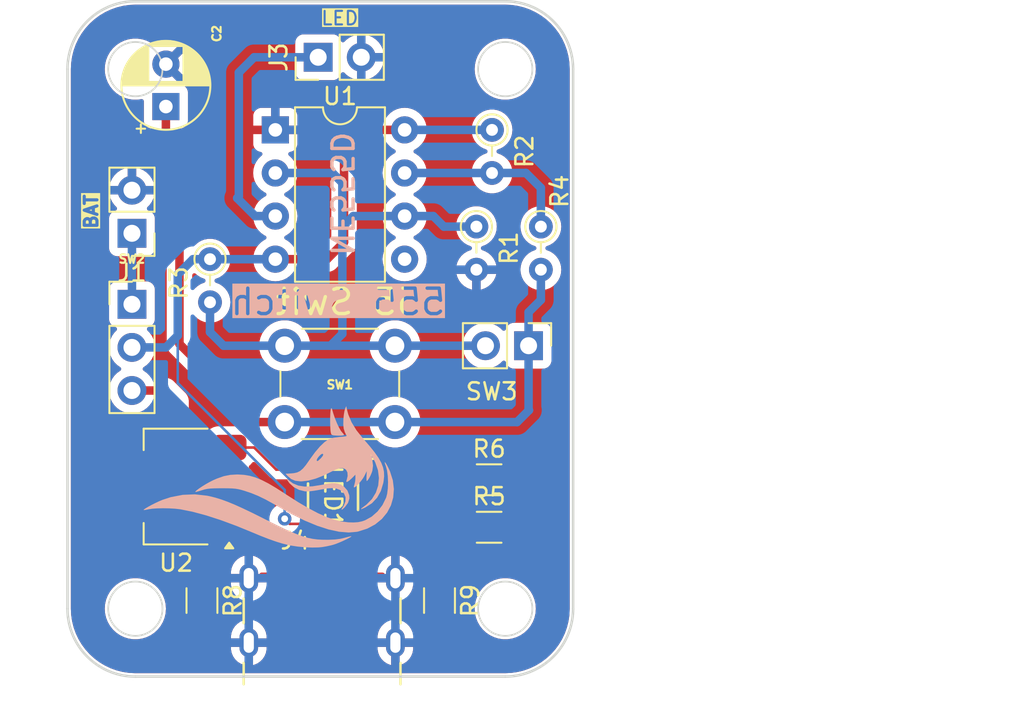
<source format=kicad_pcb>
(kicad_pcb (version 20240108) (generator "pcbnew") (generator_version "8.0")
  (layers (0 "F.Cu" signal) (31 "B.Cu" signal) (34 "B.Paste" user) (35 "F.Paste" user) (36 "B.SilkS" user "B.Silkscreen") (37 "F.SilkS" user "F.Silkscreen") (38 "B.Mask" user) (39 "F.Mask" user) (44 "Edge.Cuts" user))
  (net 0 "")
  (net 1 "Net-(C2-Pad1)")
  (net 2 "GND")
  (net 3 "Net-(U1-THR)")
  (net 4 "/VBAT")
  (net 5 "Net-(U1-DIS)")
  (net 7 "Net-(J4-CC1)")
  (net 8 "/VUSB")
  (net 9 "Net-(J3-Pin_1)")
  (net 10 "Net-(J4-CC2)")
  (net 11 "Net-(LED1-GND-Pad4)")
  (net 12 "/3V3")
  (net 13 "Net-(LED1-GND-Pad1)")
  (net 14 "VCC")
  (footprint "Package_TO_SOT_SMD:SOT-223-3_TabPin2" (layer "F.Cu") (at 116 115 180)
    (property "Reference" "U2" (at 0 -4.5 0) (layer "F.SilkS"))
    (property "Value" "AMS1117-3V3")
    (fp_line (start 1.91 3.41) (end 1.91 2.15) (stroke (width 0.12)) (layer "F.SilkS"))
    (fp_line (start 1.91 -3.41) (end 1.91 -2.15) (stroke (width 0.12)) (layer "F.SilkS"))
    (fp_line (start -1.85 3.41) (end 1.91 3.41) (stroke (width 0.12)) (layer "F.SilkS"))
    (fp_line (start -1.85 -3.41) (end 1.91 -3.41) (stroke (width 0.12)) (layer "F.SilkS"))
    (fp_poly (pts (xy -3.13 -3.31) (xy -3.37 -3.64) (xy -2.89 -3.64) (xy -3.13 -3.31)) (stroke (width 0.12)) (fill solid) (layer "F.SilkS"))
    (pad "1" smd roundrect (at -3.15 -2.3 180) (size 2 1.5) (layers "F.Cu" "F.Paste" "F.Mask") (net 8 "/VUSB"))
    (pad "2" smd roundrect (at -3.15 0 180) (size 2 1.5) (layers "F.Cu" "F.Paste" "F.Mask") (net 2 "GND"))
    (pad "2" smd roundrect (at 3.15 0 180) (size 2 3.8) (layers "F.Cu" "F.Paste" "F.Mask") (net 2 "GND"))
    (pad "3" smd roundrect (at -3.15 2.3 180) (size 2 1.5) (layers "F.Cu" "F.Paste" "F.Mask") (net 12 "/3V3"))
  )
  (footprint "Capacitor_THT:CP_Radial_D5.0mm_P2.50mm" (layer "F.Cu") (at 115.4 92.605113 90)
    (property "Reference" "C2" (at 4.3 3 -90) (layer "F.SilkS") (effects (font (size 0.5 0.5) (thickness 0.125))))
    (property "Value" "10uF")
    (fp_line (start 1.29 -2.58) (end 1.29 2.58) (stroke (width 0.12)) (layer "F.SilkS"))
    (fp_line (start 1.25 -2.58) (end 1.25 2.58) (stroke (width 0.12)) (layer "F.SilkS"))
    (fp_line (start 1.33 -2.579) (end 1.33 2.579) (stroke (width 0.12)) (layer "F.SilkS"))
    (fp_line (start 1.37 -2.578) (end 1.37 2.578) (stroke (width 0.12)) (layer "F.SilkS"))
    (fp_line (start 1.41 -2.576) (end 1.41 2.576) (stroke (width 0.12)) (layer "F.SilkS"))
    (fp_line (start 1.45 -2.573) (end 1.45 2.573) (stroke (width 0.12)) (layer "F.SilkS"))
    (fp_line (start 1.49 -2.569) (end 1.49 -1.04) (stroke (width 0.12)) (layer "F.SilkS"))
    (fp_line (start 1.53 -2.565) (end 1.53 -1.04) (stroke (width 0.12)) (layer "F.SilkS"))
    (fp_line (start 1.57 -2.561) (end 1.57 -1.04) (stroke (width 0.12)) (layer "F.SilkS"))
    (fp_line (start 1.61 -2.556) (end 1.61 -1.04) (stroke (width 0.12)) (layer "F.SilkS"))
    (fp_line (start 1.65 -2.55) (end 1.65 -1.04) (stroke (width 0.12)) (layer "F.SilkS"))
    (fp_line (start 1.69 -2.543) (end 1.69 -1.04) (stroke (width 0.12)) (layer "F.SilkS"))
    (fp_line (start 1.73 -2.536) (end 1.73 -1.04) (stroke (width 0.12)) (layer "F.SilkS"))
    (fp_line (start 1.77 -2.528) (end 1.77 -1.04) (stroke (width 0.12)) (layer "F.SilkS"))
    (fp_line (start 1.81 -2.52) (end 1.81 -1.04) (stroke (width 0.12)) (layer "F.SilkS"))
    (fp_line (start 1.85 -2.511) (end 1.85 -1.04) (stroke (width 0.12)) (layer "F.SilkS"))
    (fp_line (start 1.89 -2.501) (end 1.89 -1.04) (stroke (width 0.12)) (layer "F.SilkS"))
    (fp_line (start 1.93 -2.491) (end 1.93 -1.04) (stroke (width 0.12)) (layer "F.SilkS"))
    (fp_line (start 1.971 -2.48) (end 1.971 -1.04) (stroke (width 0.12)) (layer "F.SilkS"))
    (fp_line (start 2.011 -2.468) (end 2.011 -1.04) (stroke (width 0.12)) (layer "F.SilkS"))
    (fp_line (start 2.051 -2.455) (end 2.051 -1.04) (stroke (width 0.12)) (layer "F.SilkS"))
    (fp_line (start 2.091 -2.442) (end 2.091 -1.04) (stroke (width 0.12)) (layer "F.SilkS"))
    (fp_line (start 2.131 -2.428) (end 2.131 -1.04) (stroke (width 0.12)) (layer "F.SilkS"))
    (fp_line (start 2.171 -2.414) (end 2.171 -1.04) (stroke (width 0.12)) (layer "F.SilkS"))
    (fp_line (start 2.211 -2.398) (end 2.211 -1.04) (stroke (width 0.12)) (layer "F.SilkS"))
    (fp_line (start 2.251 -2.382) (end 2.251 -1.04) (stroke (width 0.12)) (layer "F.SilkS"))
    (fp_line (start 2.291 -2.365) (end 2.291 -1.04) (stroke (width 0.12)) (layer "F.SilkS"))
    (fp_line (start 2.331 -2.348) (end 2.331 -1.04) (stroke (width 0.12)) (layer "F.SilkS"))
    (fp_line (start 2.371 -2.329) (end 2.371 -1.04) (stroke (width 0.12)) (layer "F.SilkS"))
    (fp_line (start 2.411 -2.31) (end 2.411 -1.04) (stroke (width 0.12)) (layer "F.SilkS"))
    (fp_line (start 2.451 -2.29) (end 2.451 -1.04) (stroke (width 0.12)) (layer "F.SilkS"))
    (fp_line (start 2.491 -2.268) (end 2.491 -1.04) (stroke (width 0.12)) (layer "F.SilkS"))
    (fp_line (start 2.531 -2.247) (end 2.531 -1.04) (stroke (width 0.12)) (layer "F.SilkS"))
    (fp_line (start 2.571 -2.224) (end 2.571 -1.04) (stroke (width 0.12)) (layer "F.SilkS"))
    (fp_line (start 2.611 -2.2) (end 2.611 -1.04) (stroke (width 0.12)) (layer "F.SilkS"))
    (fp_line (start 2.651 -2.175) (end 2.651 -1.04) (stroke (width 0.12)) (layer "F.SilkS"))
    (fp_line (start 2.691 -2.149) (end 2.691 -1.04) (stroke (width 0.12)) (layer "F.SilkS"))
    (fp_line (start 2.731 -2.122) (end 2.731 -1.04) (stroke (width 0.12)) (layer "F.SilkS"))
    (fp_line (start 2.771 -2.095) (end 2.771 -1.04) (stroke (width 0.12)) (layer "F.SilkS"))
    (fp_line (start 2.811 -2.065) (end 2.811 -1.04) (stroke (width 0.12)) (layer "F.SilkS"))
    (fp_line (start 2.851 -2.035) (end 2.851 -1.04) (stroke (width 0.12)) (layer "F.SilkS"))
    (fp_line (start 2.891 -2.004) (end 2.891 -1.04) (stroke (width 0.12)) (layer "F.SilkS"))
    (fp_line (start 2.931 -1.971) (end 2.931 -1.04) (stroke (width 0.12)) (layer "F.SilkS"))
    (fp_line (start 2.971 -1.937) (end 2.971 -1.04) (stroke (width 0.12)) (layer "F.SilkS"))
    (fp_line (start 3.011 -1.901) (end 3.011 -1.04) (stroke (width 0.12)) (layer "F.SilkS"))
    (fp_line (start 3.051 -1.864) (end 3.051 -1.04) (stroke (width 0.12)) (layer "F.SilkS"))
    (fp_line (start 3.091 -1.826) (end 3.091 -1.04) (stroke (width 0.12)) (layer "F.SilkS"))
    (fp_line (start 3.131 -1.785) (end 3.131 -1.04) (stroke (width 0.12)) (layer "F.SilkS"))
    (fp_line (start 3.171 -1.743) (end 3.171 -1.04) (stroke (width 0.12)) (layer "F.SilkS"))
    (fp_line (start -1.304775 -1.725) (end -1.304775 -1.225) (stroke (width 0.12)) (layer "F.SilkS"))
    (fp_line (start 3.211 -1.699) (end 3.211 -1.04) (stroke (width 0.12)) (layer "F.SilkS"))
    (fp_line (start 3.251 -1.653) (end 3.251 -1.04) (stroke (width 0.12)) (layer "F.SilkS"))
    (fp_line (start 3.291 -1.605) (end 3.291 -1.04) (stroke (width 0.12)) (layer "F.SilkS"))
    (fp_line (start 3.331 -1.554) (end 3.331 -1.04) (stroke (width 0.12)) (layer "F.SilkS"))
    (fp_line (start 3.371 -1.5) (end 3.371 -1.04) (stroke (width 0.12)) (layer "F.SilkS"))
    (fp_line (start -1.554775 -1.475) (end -1.054775 -1.475) (stroke (width 0.12)) (layer "F.SilkS"))
    (fp_line (start 3.411 -1.443) (end 3.411 -1.04) (stroke (width 0.12)) (layer "F.SilkS"))
    (fp_line (start 3.451 -1.383) (end 3.451 -1.04) (stroke (width 0.12)) (layer "F.SilkS"))
    (fp_line (start 3.491 -1.319) (end 3.491 -1.04) (stroke (width 0.12)) (layer "F.SilkS"))
    (fp_line (start 3.531 -1.251) (end 3.531 -1.04) (stroke (width 0.12)) (layer "F.SilkS"))
    (fp_line (start 3.571 -1.178) (end 3.571 1.178) (stroke (width 0.12)) (layer "F.SilkS"))
    (fp_line (start 3.611 -1.098) (end 3.611 1.098) (stroke (width 0.12)) (layer "F.SilkS"))
    (fp_line (start 3.651 -1.011) (end 3.651 1.011) (stroke (width 0.12)) (layer "F.SilkS"))
    (fp_line (start 3.691 -0.915) (end 3.691 0.915) (stroke (width 0.12)) (layer "F.SilkS"))
    (fp_line (start 3.731 -0.805) (end 3.731 0.805) (stroke (width 0.12)) (layer "F.SilkS"))
    (fp_line (start 3.771 -0.677) (end 3.771 0.677) (stroke (width 0.12)) (layer "F.SilkS"))
    (fp_line (start 3.811 -0.518) (end 3.811 0.518) (stroke (width 0.12)) (layer "F.SilkS"))
    (fp_line (start 3.851 -0.284) (end 3.851 0.284) (stroke (width 0.12)) (layer "F.SilkS"))
    (fp_line (start 3.531 1.04) (end 3.531 1.251) (stroke (width 0.12)) (layer "F.SilkS"))
    (fp_line (start 3.491 1.04) (end 3.491 1.319) (stroke (width 0.12)) (layer "F.SilkS"))
    (fp_line (start 3.451 1.04) (end 3.451 1.383) (stroke (width 0.12)) (layer "F.SilkS"))
    (fp_line (start 3.411 1.04) (end 3.411 1.443) (stroke (width 0.12)) (layer "F.SilkS"))
    (fp_line (start 3.371 1.04) (end 3.371 1.5) (stroke (width 0.12)) (layer "F.SilkS"))
    (fp_line (start 3.331 1.04) (end 3.331 1.554) (stroke (width 0.12)) (layer "F.SilkS"))
    (fp_line (start 3.291 1.04) (end 3.291 1.605) (stroke (width 0.12)) (layer "F.SilkS"))
    (fp_line (start 3.251 1.04) (end 3.251 1.653) (stroke (width 0.12)) (layer "F.SilkS"))
    (fp_line (start 3.211 1.04) (end 3.211 1.699) (stroke (width 0.12)) (layer "F.SilkS"))
    (fp_line (start 3.171 1.04) (end 3.171 1.743) (stroke (width 0.12)) (layer "F.SilkS"))
    (fp_line (start 3.131 1.04) (end 3.131 1.785) (stroke (width 0.12)) (layer "F.SilkS"))
    (fp_line (start 3.091 1.04) (end 3.091 1.826) (stroke (width 0.12)) (layer "F.SilkS"))
    (fp_line (start 3.051 1.04) (end 3.051 1.864) (stroke (width 0.12)) (layer "F.SilkS"))
    (fp_line (start 3.011 1.04) (end 3.011 1.901) (stroke (width 0.12)) (layer "F.SilkS"))
    (fp_line (start 2.971 1.04) (end 2.971 1.937) (stroke (width 0.12)) (layer "F.SilkS"))
    (fp_line (start 2.931 1.04) (end 2.931 1.971) (stroke (width 0.12)) (layer "F.SilkS"))
    (fp_line (start 2.891 1.04) (end 2.891 2.004) (stroke (width 0.12)) (layer "F.SilkS"))
    (fp_line (start 2.851 1.04) (end 2.851 2.035) (stroke (width 0.12)) (layer "F.SilkS"))
    (fp_line (start 2.811 1.04) (end 2.811 2.065) (stroke (width 0.12)) (layer "F.SilkS"))
    (fp_line (start 2.771 1.04) (end 2.771 2.095) (stroke (width 0.12)) (layer "F.SilkS"))
    (fp_line (start 2.731 1.04) (end 2.731 2.122) (stroke (width 0.12)) (layer "F.SilkS"))
    (fp_line (start 2.691 1.04) (end 2.691 2.149) (stroke (width 0.12)) (layer "F.SilkS"))
    (fp_line (start 2.651 1.04) (end 2.651 2.175) (stroke (width 0.12)) (layer "F.SilkS"))
    (fp_line (start 2.611 1.04) (end 2.611 2.2) (stroke (width 0.12)) (layer "F.SilkS"))
    (fp_line (start 2.571 1.04) (end 2.571 2.224) (stroke (width 0.12)) (layer "F.SilkS"))
    (fp_line (start 2.531 1.04) (end 2.531 2.247) (stroke (width 0.12)) (layer "F.SilkS"))
    (fp_line (start 2.491 1.04) (end 2.491 2.268) (stroke (width 0.12)) (layer "F.SilkS"))
    (fp_line (start 2.451 1.04) (end 2.451 2.29) (stroke (width 0.12)) (layer "F.SilkS"))
    (fp_line (start 2.411 1.04) (end 2.411 2.31) (stroke (width 0.12)) (layer "F.SilkS"))
    (fp_line (start 2.371 1.04) (end 2.371 2.329) (stroke (width 0.12)) (layer "F.SilkS"))
    (fp_line (start 2.331 1.04) (end 2.331 2.348) (stroke (width 0.12)) (layer "F.SilkS"))
    (fp_line (start 2.291 1.04) (end 2.291 2.365) (stroke (width 0.12)) (layer "F.SilkS"))
    (fp_line (start 2.251 1.04) (end 2.251 2.382) (stroke (width 0.12)) (layer "F.SilkS"))
    (fp_line (start 2.211 1.04) (end 2.211 2.398) (stroke (width 0.12)) (layer "F.SilkS"))
    (fp_line (start 2.171 1.04) (end 2.171 2.414) (stroke (width 0.12)) (layer "F.SilkS"))
    (fp_line (start 2.131 1.04) (end 2.131 2.428) (stroke (width 0.12)) (layer "F.SilkS"))
    (fp_line (start 2.091 1.04) (end 2.091 2.442) (stroke (width 0.12)) (layer "F.SilkS"))
    (fp_line (start 2.051 1.04) (end 2.051 2.455) (stroke (width 0.12)) (layer "F.SilkS"))
    (fp_line (start 2.011 1.04) (end 2.011 2.468) (stroke (width 0.12)) (layer "F.SilkS"))
    (fp_line (start 1.971 1.04) (end 1.971 2.48) (stroke (width 0.12)) (layer "F.SilkS"))
    (fp_line (start 1.93 1.04) (end 1.93 2.491) (stroke (width 0.12)) (layer "F.SilkS"))
    (fp_line (start 1.89 1.04) (end 1.89 2.501) (stroke (width 0.12)) (layer "F.SilkS"))
    (fp_line (start 1.85 1.04) (end 1.85 2.511) (stroke (width 0.12)) (layer "F.SilkS"))
    (fp_line (start 1.81 1.04) (end 1.81 2.52) (stroke (width 0.12)) (layer "F.SilkS"))
    (fp_line (start 1.77 1.04) (end 1.77 2.528) (stroke (width 0.12)) (layer "F.SilkS"))
    (fp_line (start 1.73 1.04) (end 1.73 2.536) (stroke (width 0.12)) (layer "F.SilkS"))
    (fp_line (start 1.69 1.04) (end 1.69 2.543) (stroke (width 0.12)) (layer "F.SilkS"))
    (fp_line (start 1.65 1.04) (end 1.65 2.55) (stroke (width 0.12)) (layer "F.SilkS"))
    (fp_line (start 1.61 1.04) (end 1.61 2.556) (stroke (width 0.12)) (layer "F.SilkS"))
    (fp_line (start 1.57 1.04) (end 1.57 2.561) (stroke (width 0.12)) (layer "F.SilkS"))
    (fp_line (start 1.53 1.04) (end 1.53 2.565) (stroke (width 0.12)) (layer "F.SilkS"))
    (fp_line (start 1.49 1.04) (end 1.49 2.569) (stroke (width 0.12)) (layer "F.SilkS"))
    (fp_circle (center 1.25 0) (end 3.87 0) (stroke (width 0.12)) (fill none) (layer "F.SilkS"))
    (pad "1" thru_hole rect (at 0 0 90) (size 1.6 1.6) (drill 0.8) (layers "*.Cu" "*.Mask") (net 1 "Net-(C2-Pad1)"))
    (pad "2" thru_hole circle (at 2.5 0 90) (size 1.6 1.6) (drill 0.8) (layers "*.Cu" "*.Mask") (net 2 "GND"))
  )
  (footprint "Package_DIP:DIP-8_W7.62mm" (layer "F.Cu") (at 121.85 93.98)
    (property "Reference" "U1" (at 3.81 -1.98 0) (layer "F.SilkS"))
    (property "Value" "NE555D")
    (fp_line (start 1.16 -1.33) (end 1.16 8.95) (stroke (width 0.12)) (layer "F.SilkS"))
    (fp_line (start 1.16 8.95) (end 6.46 8.95) (stroke (width 0.12)) (layer "F.SilkS"))
    (fp_line (start 2.81 -1.33) (end 1.16 -1.33) (stroke (width 0.12)) (layer "F.SilkS"))
    (fp_line (start 6.46 -1.33) (end 4.81 -1.33) (stroke (width 0.12)) (layer "F.SilkS"))
    (fp_line (start 6.46 8.95) (end 6.46 -1.33) (stroke (width 0.12)) (layer "F.SilkS"))
    (fp_arc (start 4.81 -1.33) (mid 3.81 -0.33) (end 2.81 -1.33) (stroke (width 0.12)) (layer "F.SilkS"))
    (pad "1" thru_hole rect (at 0 0) (size 1.6 1.6) (drill 0.8) (layers "*.Cu" "*.Mask") (net 2 "GND"))
    (pad "2" thru_hole oval (at 0 2.54) (size 1.6 1.6) (drill 0.8) (layers "*.Cu" "*.Mask") (net 3 "Net-(U1-THR)"))
    (pad "3" thru_hole oval (at 0 5.08) (size 1.6 1.6) (drill 0.8) (layers "*.Cu" "*.Mask") (net 9 "Net-(J3-Pin_1)"))
    (pad "4" thru_hole oval (at 0 7.62) (size 1.6 1.6) (drill 0.8) (layers "*.Cu" "*.Mask") (net 14 "VCC"))
    (pad "5" thru_hole oval (at 7.62 7.62) (size 1.6 1.6) (drill 0.8) (layers "*.Cu" "*.Mask"))
    (pad "6" thru_hole oval (at 7.62 5.08) (size 1.6 1.6) (drill 0.8) (layers "*.Cu" "*.Mask") (net 3 "Net-(U1-THR)"))
    (pad "7" thru_hole oval (at 7.62 2.54) (size 1.6 1.6) (drill 0.8) (layers "*.Cu" "*.Mask") (net 5 "Net-(U1-DIS)"))
    (pad "8" thru_hole oval (at 7.62 0) (size 1.6 1.6) (drill 0.8) (layers "*.Cu" "*.Mask") (net 14 "VCC"))
  )
  (footprint "Resistor_THT:R_Axial_DIN0204_L3.6mm_D1.6mm_P2.54mm_Vertical" (layer "F.Cu") (at 137.5 99.68 -90)
    (property "Reference" "R4" (at -2.08 -1.1 90) (layer "F.SilkS"))
    (property "Value" "10k")
    (fp_line (start 0.92 0) (end 1.54 0) (stroke (width 0.12)) (layer "F.SilkS"))
    (fp_circle (center 0 0) (end 0.92 0) (stroke (width 0.12)) (fill none) (layer "F.SilkS"))
    (pad "1" thru_hole circle (at 0 0 270) (size 1.4 1.4) (drill 0.7) (layers "*.Cu" "*.Mask") (net 5 "Net-(U1-DIS)"))
    (pad "2" thru_hole oval (at 2.54 0 270) (size 1.4 1.4) (drill 0.7) (layers "*.Cu" "*.Mask") (net 1 "Net-(C2-Pad1)"))
  )
  (footprint "Resistor_SMD:R_1206_3216Metric_Pad1.30x1.75mm_HandSolder" (layer "F.Cu") (at 134.45 117.4)
    (property "Reference" "R5" (at 0 -1.82 0) (layer "F.SilkS"))
    (property "Value" "5k1")
    (fp_line (start -0.727064 -0.91) (end 0.727064 -0.91) (stroke (width 0.12)) (layer "F.SilkS"))
    (fp_line (start -0.727064 0.91) (end 0.727064 0.91) (stroke (width 0.12)) (layer "F.SilkS"))
    (pad "1" smd roundrect (at -1.55 0) (size 1.3 1.75) (layers "F.Cu" "F.Paste" "F.Mask") (roundrect_rratio 0.192308) (net 11 "Net-(LED1-GND-Pad4)"))
    (pad "2" smd roundrect (at 1.55 0) (size 1.3 1.75) (layers "F.Cu" "F.Paste" "F.Mask") (roundrect_rratio 0.192308) (net 2 "GND"))
  )
  (footprint "Connector_PinHeader_2.54mm:PinHeader_1x02_P2.54mm_Vertical" (layer "F.Cu") (at 113.4 100.075 180)
    (property "Reference" "J1" (at 0 -2.33 0) (layer "F.SilkS"))
    (property "Value" "3V3")
    (fp_line (start 1.33 1.27) (end 1.33 3.87) (stroke (width 0.12)) (layer "F.SilkS"))
    (fp_line (start -1.33 3.87) (end 1.33 3.87) (stroke (width 0.12)) (layer "F.SilkS"))
    (fp_line (start -1.33 1.27) (end 1.33 1.27) (stroke (width 0.12)) (layer "F.SilkS"))
    (fp_line (start -1.33 1.27) (end -1.33 3.87) (stroke (width 0.12)) (layer "F.SilkS"))
    (fp_line (start -1.33 0) (end -1.33 -1.33) (stroke (width 0.12)) (layer "F.SilkS"))
    (fp_line (start -1.33 -1.33) (end 0 -1.33) (stroke (width 0.12)) (layer "F.SilkS"))
    (pad "1" thru_hole rect (at 0 0 180) (size 1.7 1.7) (drill 1) (layers "*.Cu" "*.Mask") (net 4 "/VBAT"))
    (pad "2" thru_hole oval (at 0 2.54 180) (size 1.7 1.7) (drill 1) (layers "*.Cu" "*.Mask") (net 2 "GND"))
  )
  (footprint "Alexander Footprint Library:USB-C MOLEX 2171750001" (layer "F.Cu") (at 124.605 126.8)
    (property "Reference" "J4" (at -1.5875 -8.605 0) (layer "F.SilkS"))
    (property "Value" "USB-C_Receptacle_PowerOnly_6P_MOLEX-2171750001")
    (fp_line (start -4.62 -3.75) (end -4.62 -5.2) (stroke (width 0.15)) (layer "F.SilkS"))
    (fp_line (start -4.62 -0.15) (end -4.62 -1.4) (stroke (width 0.15)) (layer "F.SilkS"))
    (fp_line (start 4.62 -3.75) (end 4.62 -5.2) (stroke (width 0.15)) (layer "F.SilkS"))
    (fp_line (start 4.62 -0.15) (end 4.62 -1.4) (stroke (width 0.15)) (layer "F.SilkS"))
    (pad "A5" smd rect (at -0.5 -6.48) (size 0.7 1.2) (layers "F.Cu" "F.Paste") (net 7 "Net-(J4-CC1)"))
    (pad "A9" smd rect (at 1.52 -6.48) (size 0.76 1.2) (layers "F.Cu" "F.Paste") (net 8 "/VUSB"))
    (pad "A12" smd rect (at 2.75 -6.48) (size 0.8 1.2) (layers "F.Cu" "F.Paste") (net 2 "GND"))
    (pad "B5" smd rect (at 0.5 -6.48) (size 0.7 1.2) (layers "F.Cu" "F.Paste") (net 10 "Net-(J4-CC2)"))
    (pad "B9" smd rect (at -1.52 -6.48) (size 0.76 1.2) (layers "F.Cu" "F.Paste") (net 8 "/VUSB"))
    (pad "B12" smd rect (at -2.75 -6.48) (size 0.8 1.2) (layers "F.Cu" "F.Paste") (net 2 "GND"))
    (pad "S1" thru_hole oval (at -4.32 -2.6) (size 1.1 1.7) (drill oval 0.6 1.2) (layers "*.Cu" "*.Mask") (net 2 "GND"))
    (pad "S2" thru_hole oval (at 4.32 -2.6) (size 1.1 1.7) (drill oval 0.6 1.2) (layers "*.Cu" "*.Mask") (net 2 "GND"))
    (pad "S3" thru_hole oval (at -4.32 -6.4) (size 1.1 1.7) (drill oval 0.6 1.2) (layers "*.Cu" "*.Mask") (net 2 "GND"))
    (pad "S4" thru_hole oval (at 4.32 -6.4) (size 1.1 1.7) (drill oval 0.6 1.2) (layers "*.Cu" "*.Mask") (net 2 "GND"))
  )
  (footprint "Alexander Footprint Library:B1552_HVK-M" (layer "F.Cu") (at 125.249999 115.6002 -90)
    (property "Reference" "LED1" (at 0 0 -90) (layer "F.SilkS"))
    (property "Value" "LED-RED-GREEN-B1552USUG20D")
    (fp_line (start -0.777373 1.4732) (end 0.777373 1.4732) (stroke (width 0.1524)) (layer "F.SilkS"))
    (fp_line (start -0.777373 -1.4732) (end 0.777373 -1.4732) (stroke (width 0.1524)) (layer "F.SilkS"))
    (fp_text user "*" (at -2.2352 -1.8041 -90) (layer "F.SilkS"))
    (fp_text user "*" (at -2.2352 -1.8041 90) (layer "F.SilkS"))
    (pad "1" smd rect (at -1.6002 -0.750001 270) (size 1.1176 1.0414) (layers "F.Cu" "F.Paste" "F.Mask") (net 13 "Net-(LED1-GND-Pad1)"))
    (pad "2" smd rect (at -1.6002 0.750001 270) (size 1.1176 1.0414) (layers "F.Cu" "F.Paste" "F.Mask") (net 12 "/3V3"))
    (pad "3" smd rect (at 1.6002 0.750001 270) (size 1.1176 1.0414) (layers "F.Cu" "F.Paste" "F.Mask") (net 14 "VCC"))
    (pad "4" smd rect (at 1.6002 -0.750001 270) (size 1.1176 1.0414) (layers "F.Cu" "F.Paste" "F.Mask") (net 11 "Net-(LED1-GND-Pad4)"))
  )
  (footprint "Resistor_SMD:R_1206_3216Metric_Pad1.30x1.75mm_HandSolder" (layer "F.Cu") (at 117.525 121.72 -90)
    (property "Reference" "R8" (at 0 -1.82 90) (layer "F.SilkS"))
    (property "Value" "5K7")
    (fp_line (start -0.727064 0.91) (end 0.727064 0.91) (stroke (width 0.12)) (layer "F.SilkS"))
    (fp_line (start -0.727064 -0.91) (end 0.727064 -0.91) (stroke (width 0.12)) (layer "F.SilkS"))
    (pad "1" smd roundrect (at -1.55 0 270) (size 1.3 1.75) (layers "F.Cu" "F.Paste" "F.Mask") (roundrect_rratio 0.192308) (net 2 "GND"))
    (pad "2" smd roundrect (at 1.55 0 270) (size 1.3 1.75) (layers "F.Cu" "F.Paste" "F.Mask") (roundrect_rratio 0.192308) (net 7 "Net-(J4-CC1)"))
  )
  (footprint "Connector_PinHeader_2.54mm:PinHeader_1x03_P2.54mm_Vertical" (layer "F.Cu") (at 113.4 104.26)
    (property "Reference" "SW2" (at -0.008 -2.672 0) (layer "F.SilkS") (effects (font (size 0.5 0.5) (thickness 0.125))))
    (property "Value" "SW_SPDT")
    (fp_line (start -1.33 -1.33) (end 0 -1.33) (stroke (width 0.12)) (layer "F.SilkS"))
    (fp_line (start -1.33 0) (end -1.33 -1.33) (stroke (width 0.12)) (layer "F.SilkS"))
    (fp_line (start -1.33 1.27) (end -1.33 6.41) (stroke (width 0.12)) (layer "F.SilkS"))
    (fp_line (start -1.33 1.27) (end 1.33 1.27) (stroke (width 0.12)) (layer "F.SilkS"))
    (fp_line (start -1.33 6.41) (end 1.33 6.41) (stroke (width 0.12)) (layer "F.SilkS"))
    (fp_line (start 1.33 1.27) (end 1.33 6.41) (stroke (width 0.12)) (layer "F.SilkS"))
    (pad "1" thru_hole rect (at 0 0) (size 1.7 1.7) (drill 1) (layers "*.Cu" "*.Mask") (net 4 "/VBAT"))
    (pad "2" thru_hole oval (at 0 2.54) (size 1.7 1.7) (drill 1) (layers "*.Cu" "*.Mask") (net 14 "VCC"))
    (pad "3" thru_hole oval (at 0 5.08) (size 1.7 1.7) (drill 1) (layers "*.Cu" "*.Mask") (net 12 "/3V3"))
  )
  (footprint "Resistor_SMD:R_1206_3216Metric_Pad1.30x1.75mm_HandSolder" (layer "F.Cu") (at 134.45 114.6)
    (property "Reference" "R6" (at 0 -1.82 0) (layer "F.SilkS"))
    (property "Value" "5k1")
    (fp_line (start -0.727064 -0.91) (end 0.727064 -0.91) (stroke (width 0.12)) (layer "F.SilkS"))
    (fp_line (start -0.727064 0.91) (end 0.727064 0.91) (stroke (width 0.12)) (layer "F.SilkS"))
    (pad "1" smd roundrect (at -1.55 0) (size 1.3 1.75) (layers "F.Cu" "F.Paste" "F.Mask") (roundrect_rratio 0.192308) (net 13 "Net-(LED1-GND-Pad1)"))
    (pad "2" smd roundrect (at 1.55 0) (size 1.3 1.75) (layers "F.Cu" "F.Paste" "F.Mask") (roundrect_rratio 0.192308) (net 2 "GND"))
  )
  (footprint "Resistor_SMD:R_1206_3216Metric_Pad1.30x1.75mm_HandSolder" (layer "F.Cu") (at 131.525 121.72 -90)
    (property "Reference" "R9" (at 0 -1.82 90) (layer "F.SilkS"))
    (property "Value" "5K7")
    (fp_line (start -0.727064 0.91) (end 0.727064 0.91) (stroke (width 0.12)) (layer "F.SilkS"))
    (fp_line (start -0.727064 -0.91) (end 0.727064 -0.91) (stroke (width 0.12)) (layer "F.SilkS"))
    (pad "1" smd roundrect (at -1.55 0 270) (size 1.3 1.75) (layers "F.Cu" "F.Paste" "F.Mask") (roundrect_rratio 0.192308) (net 2 "GND"))
    (pad "2" smd roundrect (at 1.55 0 270) (size 1.3 1.75) (layers "F.Cu" "F.Paste" "F.Mask") (roundrect_rratio 0.192308) (net 10 "Net-(J4-CC2)"))
  )
  (footprint "Resistor_THT:R_Axial_DIN0204_L3.6mm_D1.6mm_P2.54mm_Vertical" (layer "F.Cu") (at 133.7 99.68 -90)
    (property "Reference" "R1" (at 1.27 -1.92 90) (layer "F.SilkS"))
    (property "Value" "10k")
    (fp_line (start 0.92 0) (end 1.54 0) (stroke (width 0.12)) (layer "F.SilkS"))
    (fp_circle (center 0 0) (end 0.92 0) (stroke (width 0.12)) (fill none) (layer "F.SilkS"))
    (pad "1" thru_hole circle (at 0 0 270) (size 1.4 1.4) (drill 0.7) (layers "*.Cu" "*.Mask") (net 3 "Net-(U1-THR)"))
    (pad "2" thru_hole oval (at 2.54 0 270) (size 1.4 1.4) (drill 0.7) (layers "*.Cu" "*.Mask") (net 2 "GND"))
  )
  (footprint "Resistor_THT:R_Axial_DIN0204_L3.6mm_D1.6mm_P2.54mm_Vertical" (layer "F.Cu") (at 134.62 93.98 -90)
    (property "Reference" "R2" (at 1.27 -1.92 90) (layer "F.SilkS"))
    (property "Value" "10k")
    (fp_line (start 0.92 0) (end 1.54 0) (stroke (width 0.12)) (layer "F.SilkS"))
    (fp_circle (center 0 0) (end 0.92 0) (stroke (width 0.12)) (fill none) (layer "F.SilkS"))
    (pad "1" thru_hole circle (at 0 0 270) (size 1.4 1.4) (drill 0.7) (layers "*.Cu" "*.Mask") (net 14 "VCC"))
    (pad "2" thru_hole oval (at 2.54 0 270) (size 1.4 1.4) (drill 0.7) (layers "*.Cu" "*.Mask") (net 5 "Net-(U1-DIS)"))
  )
  (footprint "Connector_PinHeader_2.54mm:PinHeader_1x02_P2.54mm_Vertical" (layer "F.Cu") (at 124.375 89.7 90)
    (property "Reference" "J3" (at 0 -2.33 -90) (layer "F.SilkS"))
    (property "Value" "OUT")
    (fp_line (start -1.33 -1.33) (end 0 -1.33) (stroke (width 0.12)) (layer "F.SilkS"))
    (fp_line (start -1.33 0) (end -1.33 -1.33) (stroke (width 0.12)) (layer "F.SilkS"))
    (fp_line (start 1.33 1.27) (end 1.33 3.87) (stroke (width 0.12)) (layer "F.SilkS"))
    (fp_line (start -1.33 1.27) (end 1.33 1.27) (stroke (width 0.12)) (layer "F.SilkS"))
    (fp_line (start -1.33 1.27) (end -1.33 3.87) (stroke (width 0.12)) (layer "F.SilkS"))
    (fp_line (start -1.33 3.87) (end 1.33 3.87) (stroke (width 0.12)) (layer "F.SilkS"))
    (pad "1" thru_hole rect (at 0 0 90) (size 1.7 1.7) (drill 1) (layers "*.Cu" "*.Mask") (net 9 "Net-(J3-Pin_1)"))
    (pad "2" thru_hole oval (at 0 2.54 90) (size 1.7 1.7) (drill 1) (layers "*.Cu" "*.Mask") (net 2 "GND"))
  )
  (footprint "Connector_PinHeader_2.54mm:PinHeader_1x02_P2.54mm_Vertical" (layer "F.Cu") (at 136.775 106.7 -90)
    (property "Reference" "SW3" (at 2.7 2.175 0) (layer "F.SilkS"))
    (property "Value" "SW_Reed")
    (fp_line (start -1.33 3.87) (end 1.33 3.87) (stroke (width 0.12)) (layer "F.SilkS"))
    (fp_line (start -1.33 1.27) (end -1.33 3.87) (stroke (width 0.12)) (layer "F.SilkS"))
    (fp_line (start -1.33 1.27) (end 1.33 1.27) (stroke (width 0.12)) (layer "F.SilkS"))
    (fp_line (start 1.33 1.27) (end 1.33 3.87) (stroke (width 0.12)) (layer "F.SilkS"))
    (fp_line (start -1.33 0) (end -1.33 -1.33) (stroke (width 0.12)) (layer "F.SilkS"))
    (fp_line (start -1.33 -1.33) (end 0 -1.33) (stroke (width 0.12)) (layer "F.SilkS"))
    (pad "1" thru_hole rect (at 0 0 270) (size 1.7 1.7) (drill 1) (layers "*.Cu" "*.Mask") (net 1 "Net-(C2-Pad1)"))
    (pad "2" thru_hole oval (at 0 2.54 270) (size 1.7 1.7) (drill 1) (layers "*.Cu" "*.Mask") (net 3 "Net-(U1-THR)"))
  )
  (footprint "Resistor_THT:R_Axial_DIN0204_L3.6mm_D1.6mm_P2.54mm_Vertical" (layer "F.Cu") (at 118 101.6 -90)
    (property "Reference" "R3" (at 1.4 1.84 90) (layer "F.SilkS"))
    (property "Value" "10k")
    (fp_line (start 0.92 0) (end 1.54 0) (stroke (width 0.12)) (layer "F.SilkS"))
    (fp_circle (center 0 0) (end 0.92 0) (stroke (width 0.12)) (fill none) (layer "F.SilkS"))
    (pad "1" thru_hole circle (at 0 0 270) (size 1.4 1.4) (drill 0.7) (layers "*.Cu" "*.Mask") (net 14 "VCC"))
    (pad "2" thru_hole oval (at 2.54 0 270) (size 1.4 1.4) (drill 0.7) (layers "*.Cu" "*.Mask") (net 3 "Net-(U1-THR)"))
  )
  (footprint "Button_Switch_THT:SW_PUSH_6mm" (layer "F.Cu") (at 122.4 106.7)
    (property "Reference" "SW1" (at 3.25 2.3 0) (layer "F.SilkS") (effects (font (size 0.5 0.5) (thickness 0.125))))
    (property "Value" "SW_Push")
    (fp_line (start -0.25 1.5) (end -0.25 3) (stroke (width 0.12)) (layer "F.SilkS"))
    (fp_line (start 1 5.5) (end 5.5 5.5) (stroke (width 0.12)) (layer "F.SilkS"))
    (fp_line (start 5.5 -1) (end 1 -1) (stroke (width 0.12)) (layer "F.SilkS"))
    (fp_line (start 6.75 3) (end 6.75 1.5) (stroke (width 0.12)) (layer "F.SilkS"))
    (pad "1" thru_hole circle (at 0 0 90) (size 2 2) (drill 1.1) (layers "*.Cu" "*.Mask") (net 3 "Net-(U1-THR)"))
    (pad "1" thru_hole circle (at 6.5 0 90) (size 2 2) (drill 1.1) (layers "*.Cu" "*.Mask") (net 3 "Net-(U1-THR)"))
    (pad "2" thru_hole circle (at 0 4.5 90) (size 2 2) (drill 1.1) (layers "*.Cu" "*.Mask") (net 1 "Net-(C2-Pad1)"))
    (pad "2" thru_hole circle (at 6.5 4.5 90) (size 2 2) (drill 1.1) (layers "*.Cu" "*.Mask") (net 1 "Net-(C2-Pad1)"))
  )
  (footprint "LOGO" (layer "B.Cu") (at 121.4 114.4 180)
    (property "Reference" "G***" (hide yes))
    (property "Value" "LOGO" (hide yes))
    (fp_poly (pts (xy -5.335668 -1.973085) (xy -5.363457 -2.000875) (xy -5.391247 -1.973085) (xy -5.363457 -1.945295)) (fill solid) (layer "B.SilkS"))
    (fp_poly (pts (xy -3.72712 3.989192) (xy -3.720697 3.973961) (xy -3.701102 3.866879) (xy -3.687804 3.678866) (xy -3.680882 3.439975) (xy -3.680421 3.180261) (xy -3.686502 2.929778) (xy -3.699208 2.718581) (xy -3.716893 2.584464) (xy -3.741095 2.495828) (xy -3.784399 2.444513) (xy -3.873902 2.418422) (xy -4.036701 2.405456) (xy -4.127166 2.40129) (xy -4.314775 2.400001) (xy -4.449213 2.412314) (xy -4.501944 2.435572) (xy -4.501969 2.436169) (xy -4.463752 2.510156) (xy -4.414064 2.560438) (xy -4.317104 2.679269) (xy -4.202066 2.879038) (xy -4.080896 3.133656) (xy -3.965538 3.417032) (xy -3.867936 3.703076) (xy -3.83055 3.835011) (xy -3.788365 3.978468) (xy -3.75726 4.025597)) (fill solid) (layer "B.SilkS"))
    (fp_poly (pts (xy -1.16813 -0.243105) (xy -1.254216 -0.368794) (xy -1.28983 -0.413219) (xy -1.537879 -0.635483) (xy -1.849965 -0.79747) (xy -2.187325 -0.881187) (xy -2.314341 -0.888735) (xy -2.497037 -0.877155) (xy -2.746282 -0.845689) (xy -3.020446 -0.800025) (xy -3.14804 -0.774864) (xy -3.516275 -0.710602) (xy -3.805925 -0.692046) (xy -4.04028 -0.720434) (xy -4.242632 -0.797) (xy -4.312229 -0.836658) (xy -4.497239 -1.008267) (xy -4.588805 -1.225532) (xy -4.584459 -1.470239) (xy -4.481739 -1.724177) (xy -4.44078 -1.786433) (xy -4.359302 -1.917364) (xy -4.351943 -1.969709) (xy -4.412174 -1.941384) (xy -4.533468 -1.830304) (xy -4.544045 -1.819408) (xy -4.734665 -1.563229) (xy -4.815304 -1.302684) (xy -4.806573 -1.114052) (xy -4.700145 -0.833593) (xy -4.503297 -0.610752) (xy -4.312939 -0.494963) (xy -4.14564 -0.432054) (xy -3.973801 -0.400998) (xy -3.772034 -0.401933) (xy -3.514951 -0.434994) (xy -3.177163 -0.500319) (xy -3.173511 -0.501089) (xy -2.63863 -0.587136) (xy -2.183217 -0.60137) (xy -1.801259 -0.543037) (xy -1.486742 -0.411382) (xy -1.292451 -0.264967) (xy -1.187436 -0.180532) (xy -1.145933 -0.176798)) (fill solid) (layer "B.SilkS"))
    (fp_poly (pts (xy 5.006815 -1.088445) (xy 5.716318 -1.225058) (xy 6.200827 -1.383806) (xy 6.403664 -1.468934) (xy 6.626548 -1.573239) (xy 6.848558 -1.685444) (xy 7.048775 -1.794268) (xy 7.20628 -1.888432) (xy 7.300154 -1.956656) (xy 7.315527 -1.984838) (xy 7.254956 -1.98449) (xy 7.122033 -1.961789) (xy 7.024333 -1.940189) (xy 6.806471 -1.906915) (xy 6.509925 -1.886858) (xy 6.16638 -1.879979) (xy 5.807519 -1.886237) (xy 5.465025 -1.905592) (xy 5.170583 -1.938004) (xy 5.141138 -1.942582) (xy 4.426362 -2.086382) (xy 3.63366 -2.298797) (xy 2.770609 -2.57741) (xy 1.844784 -2.919804) (xy 1.010836 -3.260583) (xy 0.441355 -3.497514) (xy -0.046623 -3.688235) (xy -0.469864 -3.838501) (xy -0.845133 -3.954062) (xy -1.189195 -4.040673) (xy -1.371928 -4.078191) (xy -1.768371 -4.138227) (xy -2.195636 -4.177783) (xy -2.616347 -4.195041) (xy -2.993123 -4.188182) (xy -3.212913 -4.167752) (xy -3.467108 -4.123955) (xy -3.736305 -4.064944) (xy -3.876552 -4.027934) (xy -4.038283 -3.972815) (xy -4.23561 -3.893936) (xy -4.4451 -3.802307) (xy -4.643316 -3.708932) (xy -4.806823 -3.624819) (xy -4.912187 -3.560974) (xy -4.93761 -3.529586) (xy -4.878362 -3.533932) (xy -4.740991 -3.564298) (xy -4.553715 -3.61434) (xy -4.52896 -3.621444) (xy -4.263761 -3.683348) (xy -3.968882 -3.720103) (xy -3.608736 -3.735703) (xy -3.501532 -3.73678) (xy -3.19922 -3.733182) (xy -2.919835 -3.716451) (xy -2.650591 -3.682285) (xy -2.378702 -3.626385) (xy -2.091382 -3.544451) (xy -1.775843 -3.432183) (xy -1.419301 -3.28528) (xy -1.008967 -3.099444) (xy -0.532057 -2.870373) (xy 0.024217 -2.593769) (xy 0.277899 -2.465774) (xy 0.908788 -2.151193) (xy 1.457458 -1.888515) (xy 1.937016 -1.672463) (xy 2.360572 -1.497764) (xy 2.741233 -1.359144) (xy 3.092107 -1.251328) (xy 3.426303 -1.169041) (xy 3.575896 -1.138716) (xy 4.289098 -1.059268)) (fill solid) (layer "B.SilkS"))
    (fp_poly (pts (xy -6.905998 0.758162) (xy -6.962759 0.600951) (xy -7.033118 0.344256) (xy -7.076378 0.016472) (xy -7.092183 -0.34585) (xy -7.080174 -0.706159) (xy -7.039992 -1.027906) (xy -6.980883 -1.250547) (xy -6.763375 -1.690507) (xy -6.474123 -2.069435) (xy -6.127243 -2.373404) (xy -5.73685 -2.588488) (xy -5.563615 -2.648878) (xy -5.327801 -2.699081) (xy -5.056923 -2.71721) (xy -4.755393 -2.708697) (xy -4.35446 -2.660239) (xy -3.927847 -2.556931) (xy -3.466953 -2.394884) (xy -2.963179 -2.17021) (xy -2.407923 -1.879024) (xy -1.792584 -1.517437) (xy -1.108562 -1.081562) (xy -1.0071 -1.01457) (xy -0.492206 -0.683257) (xy -0.044687 -0.419341) (xy 0.351284 -0.216499) (xy 0.71153 -0.068411) (xy 1.051879 0.031245) (xy 1.388155 0.088791) (xy 1.736184 0.110546) (xy 1.811196 0.11116) (xy 2.209545 0.08793) (xy 2.587906 0.011875) (xy 2.985773 -0.126555) (xy 3.220465 -0.229596) (xy 3.426096 -0.333288) (xy 3.645126 -0.457079) (xy 3.857915 -0.588021) (xy 4.044822 -0.71317) (xy 4.186205 -0.819577) (xy 4.262422 -0.894296) (xy 4.267621 -0.919833) (xy 4.208774 -0.913924) (xy 4.073957 -0.878799) (xy 3.892101 -0.822016) (xy 3.888205 -0.820718) (xy 3.725225 -0.77192) (xy 3.56218 -0.738179) (xy 3.373334 -0.71692) (xy 3.132947 -0.705567) (xy 2.815283 -0.701544) (xy 2.695624 -0.701384) (xy 2.35618 -0.703448) (xy 2.098843 -0.711561) (xy 1.894597 -0.729039) (xy 1.714421 -0.7592) (xy 1.529299 -0.805361) (xy 1.367243 -0.853246) (xy 0.950955 -0.993823) (xy 0.547075 -1.159732) (xy 0.126735 -1.364384) (xy -0.338935 -1.621188) (xy -0.542279 -1.74028) (xy -1.387822 -2.215648) (xy -2.179537 -2.606384) (xy -2.915301 -2.911815) (xy -3.59299 -3.131273) (xy -4.210479 -3.264085) (xy -4.765643 -3.30958) (xy -5.256358 -3.267087) (xy -5.328395 -3.252158) (xy -5.86764 -3.080586) (xy -6.335668 -2.830855) (xy -6.727607 -2.512655) (xy -7.038587 -2.135675) (xy -7.263735 -1.709605) (xy -7.39818 -1.244134) (xy -7.437052 -0.748952) (xy -7.375479 -0.233748) (xy -7.20859 0.291789) (xy -7.162597 0.396304) (xy -7.060917 0.603512) (xy -6.977088 0.750807) (xy -6.918438 0.830684) (xy -6.892299 0.835638)) (fill solid) (layer "B.SilkS"))
    (fp_poly (pts (xy -4.556503 3.973961) (xy -4.520533 3.840385) (xy -4.487756 3.634631) (xy -4.464038 3.395647) (xy -4.460134 3.333896) (xy -4.454225 3.038515) (xy -4.480237 2.807976) (xy -4.54713 2.598354) (xy -4.654092 2.383309) (xy -4.612375 2.364187) (xy -4.484682 2.344093) (xy -4.2961 2.32668) (xy -4.240174 2.323042) (xy -3.873323 2.277556) (xy -3.602294 2.191422) (xy -3.584521 2.182588) (xy -3.348899 2.020904) (xy -3.082371 1.766082) (xy -2.794532 1.428501) (xy -2.49498 1.018542) (xy -2.458084 0.964056) (xy -2.251081 0.669692) (xy -2.075655 0.459558) (xy -1.912351 0.319129) (xy -1.741716 0.23388) (xy -1.544295 0.189288) (xy -1.402354 0.175843) (xy -1.049214 0.153357) (xy -1.17767 0.015818) (xy -1.384103 -0.158726) (xy -1.620776 -0.258269) (xy -1.91889 -0.294599) (xy -2.000875 -0.295241) (xy -2.386755 -0.252234) (xy -2.829533 -0.133031) (xy -3.31108 0.056544) (xy -3.709428 0.253548) (xy -4.010174 0.401117) (xy -4.241961 0.478647) (xy -4.420301 0.48836) (xy -4.560706 0.432478) (xy -4.618459 0.38373) (xy -4.698395 0.231726) (xy -4.711815 0.024236) (xy -4.657293 -0.20412) (xy -4.643968 -0.236214) (xy -4.627839 -0.319252) (xy -4.677618 -0.328735) (xy -4.78048 -0.269581) (xy -4.9236 -0.146704) (xy -4.953147 -0.117698) (xy -5.168928 0.098082) (xy -5.168928 -0.11408) (xy -5.153411 -0.299881) (xy -5.115666 -0.465845) (xy -5.111793 -0.476519) (xy -5.078233 -0.591861) (xy -5.07906 -0.651197) (xy -5.13753 -0.639037) (xy -5.240535 -0.557561) (xy -5.368361 -0.428161) (xy -5.501289 -0.27223) (xy -5.619604 -0.11116) (xy -5.6963 0.018497) (xy -5.838743 0.305689) (xy -5.82342 0.013861) (xy -5.819631 -0.148953) (xy -5.826307 -0.2547) (xy -5.835886 -0.277554) (xy -5.89623 -0.229792) (xy -5.977644 -0.108472) (xy -6.063382 0.055435) (xy -6.136699 0.230957) (xy -6.171345 0.342865) (xy -6.207717 0.632127) (xy -6.178753 0.870168) (xy -6.149992 1.029127) (xy -6.140164 1.13666) (xy -6.144537 1.160875) (xy -6.177076 1.12602) (xy -6.241939 1.0129) (xy -6.326013 0.844699) (xy -6.339244 0.816636) (xy -6.49792 0.360813) (xy -6.554463 -0.096231) (xy -6.512178 -0.540542) (xy -6.374371 -0.958169) (xy -6.144345 -1.335159) (xy -5.825407 -1.657561) (xy -5.737359 -1.724292) (xy -5.56755 -1.851199) (xy -5.4929 -1.920809) (xy -5.513486 -1.933402) (xy -5.629383 -1.889262) (xy -5.764656 -1.826023) (xy -6.144627 -1.582948) (xy -6.447032 -1.261132) (xy -6.670071 -0.86317) (xy -6.811949 -0.391655) (xy -6.830695 -0.28709) (xy -6.861483 -0.001007) (xy -6.853395 0.266591) (xy -6.800141 0.528729) (xy -6.695433 0.798433) (xy -6.53298 1.088728) (xy -6.419832 1.250547) (xy -6.113786 1.250547) (xy -6.085996 1.222757) (xy -6.058206 1.250547) (xy -6.085996 1.278337) (xy -6.113786 1.250547) (xy -6.419832 1.250547) (xy -6.384164 1.301558) (xy -3.276553 1.301558) (xy -3.249487 1.2128) (xy -3.144391 1.080121) (xy -3.116748 1.051742) (xy -2.989426 0.933278) (xy -2.919109 0.895195) (xy -2.891998 0.932181) (xy -2.890153 0.964532) (xy -2.927111 1.055442) (xy -3.015279 1.172388) (xy -3.120597 1.277341) (xy -3.209007 1.332273) (xy -3.220979 1.333917) (xy -3.276553 1.301558) (xy -6.384164 1.301558) (xy -6.306493 1.41264) (xy -6.009684 1.783195) (xy -5.636262 2.213417) (xy -5.608104 2.244971) (xy -5.233172 2.714919) (xy -4.945024 3.185268) (xy -4.751728 3.642009) (xy -4.703359 3.815277) (xy -4.626773 4.1407)) (fill solid) (layer "B.SilkS"))
  )
  (gr_line (start 113.6 86.4) (end 135.4 86.4) (stroke (width 0.15)) (layer "Edge.Cuts"))
  (gr_line (start 135.4 126.2) (end 113.6 126.2) (stroke (width 0.15)) (layer "Edge.Cuts"))
  (gr_arc (start 135.4 86.4) (mid 138.228427 87.571573) (end 139.4 90.4) (stroke (width 0.15)) (layer "Edge.Cuts"))
  (gr_arc (start 113.6 126.2) (mid 110.771573 125.028427) (end 109.6 122.2) (stroke (width 0.15)) (layer "Edge.Cuts"))
  (gr_circle (center 113.6 122.2) (end 113.6 120.6) (stroke (width 0.1)) (fill none) (layer "Edge.Cuts"))
  (gr_line (start 139.4 90.4) (end 139.4 122.2) (stroke (width 0.15)) (layer "Edge.Cuts"))
  (gr_line (start 109.6 122.2) (end 109.6 90.4) (stroke (width 0.15)) (layer "Edge.Cuts"))
  (gr_circle (center 113.6 90.4) (end 113.6 88.8) (stroke (width 0.1)) (fill none) (layer "Edge.Cuts"))
  (gr_arc (start 139.4 122.2) (mid 138.228427 125.028427) (end 135.4 126.2) (stroke (width 0.15)) (layer "Edge.Cuts"))
  (gr_circle (center 135.4 90.4) (end 135.4 88.8) (stroke (width 0.1)) (fill none) (layer "Edge.Cuts"))
  (gr_circle (center 135.4 122.2) (end 135.4 120.6) (stroke (width 0.1)) (fill none) (layer "Edge.Cuts"))
  (gr_arc (start 109.6 90.4) (mid 110.771573 87.571573) (end 113.6 86.4) (stroke (width 0.15)) (layer "Edge.Cuts"))
  (gr_text "NE555D" (at 125.75 97.75 270) (layer "B.SilkS") (effects (font (size 1.25 1.25) (thickness 0.2) (bold yes)) (justify mirror)))
  (gr_text "555 Switch" (at 132 105 0) (layer "B.SilkS" knockout) (effects (font (size 1.5 1.5) (thickness 0.2) (bold yes)) (justify left bottom mirror)))
  (gr_text "BAT" (at 111 98.8 90) (layer "F.SilkS" knockout) (effects (font (size 0.75 0.75) (thickness 0.1875) (bold yes))))
  (gr_text "ON / OFF" (at 121.8 104.6 0) (layer "F.SilkS" knockout) (effects (font (size 1 1) (thickness 0.2) (bold yes)) (justify left bottom)))
  (gr_text "LED" (at 125.65 87.4 0) (layer "F.SilkS" knockout) (effects (font (size 0.8 0.8) (thickness 0.125) (bold yes))))
  (segment (start 115.4 94.8) (end 116.2 95.6) (width 0.5) (layer "F.Cu") (net 1))
  (segment (start 120.8 111.2) (end 122.4 111.2) (width 0.5) (layer "F.Cu") (net 1))
  (segment (start 116.2 95.6) (end 116.2 106.6) (width 0.5) (layer "F.Cu") (net 1))
  (segment (start 116.2 106.6) (end 120.8 111.2) (width 0.5) (layer "F.Cu") (net 1))
  (segment (start 115.4 92.605113) (end 115.4 94.8) (width 0.5) (layer "F.Cu") (net 1))
  (segment (start 136.775 110.475) (end 136.775 106.7) (width 0.5) (layer "B.Cu") (net 1))
  (segment (start 128.9 111.2) (end 136.1 111.2) (width 0.5) (layer "B.Cu") (net 1))
  (segment (start 136.8 110.5) (end 136.775 110.475) (width 0.5) (layer "B.Cu") (net 1))
  (segment (start 122.4 111.2) (end 128.9 111.2) (width 0.5) (layer "B.Cu") (net 1))
  (segment (start 136.775 106.7) (end 136.775 104.725) (width 0.5) (layer "B.Cu") (net 1))
  (segment (start 136.1 111.2) (end 136.8 110.5) (width 0.5) (layer "B.Cu") (net 1))
  (segment (start 136.775 104.725) (end 137.5 104) (width 0.5) (layer "B.Cu") (net 1))
  (segment (start 137.5 104) (end 137.5 102.22) (width 0.5) (layer "B.Cu") (net 1))
  (segment (start 118 105.9) (end 118 104.14) (width 0.5) (layer "B.Cu") (net 3))
  (segment (start 125.1 106.7) (end 122.4 106.7) (width 0.5) (layer "B.Cu") (net 3))
  (segment (start 125.8 97.1) (end 125.8 99.7) (width 0.5) (layer "B.Cu") (net 3))
  (segment (start 125.8 106) (end 125.1 106.7) (width 0.5) (layer "B.Cu") (net 3))
  (segment (start 131.16 99.06) (end 131.78 99.68) (width 0.5) (layer "B.Cu") (net 3))
  (segment (start 129.47 99.06) (end 131.16 99.06) (width 0.5) (layer "B.Cu") (net 3))
  (segment (start 125.22 96.52) (end 125.8 97.1) (width 0.5) (layer "B.Cu") (net 3))
  (segment (start 134.235 106.7) (end 128.9 106.7) (width 0.5) (layer "B.Cu") (net 3))
  (segment (start 122.4 106.7) (end 118.8 106.7) (width 0.5) (layer "B.Cu") (net 3))
  (segment (start 128.9 106.7) (end 125.1 106.7) (width 0.5) (layer "B.Cu") (net 3))
  (segment (start 126.44 99.06) (end 125.8 99.7) (width 0.5) (layer "B.Cu") (net 3))
  (segment (start 125.8 99.7) (end 125.8 106) (width 0.5) (layer "B.Cu") (net 3))
  (segment (start 121.85 96.52) (end 125.22 96.52) (width 0.5) (layer "B.Cu") (net 3))
  (segment (start 118.8 106.7) (end 118 105.9) (width 0.5) (layer "B.Cu") (net 3))
  (segment (start 131.78 99.68) (end 133.7 99.68) (width 0.5) (layer "B.Cu") (net 3))
  (segment (start 129.47 99.06) (end 126.44 99.06) (width 0.5) (layer "B.Cu") (net 3))
  (segment (start 113.4 100.075) (end 113.4 104.26) (width 0.5) (layer "B.Cu") (net 4))
  (segment (start 136.62 96.52) (end 137.5 97.4) (width 0.5) (layer "B.Cu") (net 5))
  (segment (start 134.62 96.52) (end 136.62 96.52) (width 0.5) (layer "B.Cu") (net 5))
  (segment (start 137.5 97.4) (end 137.5 99.68) (width 0.5) (layer "B.Cu") (net 5))
  (segment (start 129.47 96.52) (end 134.62 96.52) (width 0.5) (layer "B.Cu") (net 5))
  (segment (start 124.105 121.695) (end 124.105 120.32) (width 0.2) (layer "F.Cu") (net 7))
  (segment (start 123.6 122.2) (end 124.105 121.695) (width 0.2) (layer "F.Cu") (net 7))
  (segment (start 117.525 123.27) (end 117.83 123.27) (width 0.2) (layer "F.Cu") (net 7))
  (segment (start 118.9 122.2) (end 123.6 122.2) (width 0.2) (layer "F.Cu") (net 7))
  (segment (start 117.83 123.27) (end 118.9 122.2) (width 0.2) (layer "F.Cu") (net 7))
  (segment (start 126.125 120.32) (end 126.125 118.925) (width 0.5) (layer "F.Cu") (net 8))
  (segment (start 120.7 117.3) (end 121.9 118.5) (width 0.5) (layer "F.Cu") (net 8))
  (segment (start 123.1 119.3) (end 123.085 119.315) (width 0.5) (layer "F.Cu") (net 8))
  (segment (start 126.125 118.925) (end 125.7 118.5) (width 0.5) (layer "F.Cu") (net 8))
  (segment (start 123.085 119.315) (end 123.085 120.32) (width 0.5) (layer "F.Cu") (net 8))
  (segment (start 123.1 118.9) (end 123.1 119.3) (width 0.5) (layer "F.Cu") (net 8))
  (segment (start 125.7 118.5) (end 123.5 118.5) (width 0.5) (layer "F.Cu") (net 8))
  (segment (start 121.9 118.5) (end 123.5 118.5) (width 0.5) (layer "F.Cu") (net 8))
  (segment (start 123.5 118.5) (end 123.1 118.9) (width 0.5) (layer "F.Cu") (net 8))
  (segment (start 119.15 117.3) (end 120.7 117.3) (width 0.5) (layer "F.Cu") (net 8))
  (segment (start 119.7 97.9) (end 119.7 90.6) (width 0.5) (layer "B.Cu") (net 9))
  (segment (start 120.6 89.7) (end 124.375 89.7) (width 0.5) (layer "B.Cu") (net 9))
  (segment (start 119.6 98) (end 119.7 97.9) (width 0.5) (layer "B.Cu") (net 9))
  (segment (start 120.66 99.06) (end 119.6 98) (width 0.5) (layer "B.Cu") (net 9))
  (segment (start 119.7 90.6) (end 120.6 89.7) (width 0.5) (layer "B.Cu") (net 9))
  (segment (start 121.85 99.06) (end 120.66 99.06) (width 0.5) (layer "B.Cu") (net 9))
  (segment (start 125.105 121.705) (end 125.6 122.2) (width 0.2) (layer "F.Cu") (net 10))
  (segment (start 131.27 123.27) (end 131.525 123.27) (width 0.2) (layer "F.Cu") (net 10))
  (segment (start 125.6 122.2) (end 130.2 122.2) (width 0.2) (layer "F.Cu") (net 10))
  (segment (start 125.105 120.32) (end 125.105 121.705) (width 0.2) (layer "F.Cu") (net 10))
  (segment (start 130.2 122.2) (end 131.27 123.27) (width 0.2) (layer "F.Cu") (net 10))
  (segment (start 130.2004 117.2004) (end 130.4 117.4) (width 0.15) (layer "F.Cu") (net 11))
  (segment (start 130.4 117.4) (end 132.9 117.4) (width 0.15) (layer "F.Cu") (net 11))
  (segment (start 126 117.2004) (end 130.2004 117.2004) (width 0.15) (layer "F.Cu") (net 11))
  (segment (start 121.9 114) (end 120.6 112.7) (width 0.15) (layer "F.Cu") (net 12))
  (segment (start 113.4 109.34) (end 115.34 109.34) (width 0.5) (layer "F.Cu") (net 12))
  (segment (start 116 110) (end 116 112.1) (width 0.5) (layer "F.Cu") (net 12))
  (segment (start 116.6 112.7) (end 119.15 112.7) (width 0.5) (layer "F.Cu") (net 12))
  (segment (start 115.34 109.34) (end 116 110) (width 0.5) (layer "F.Cu") (net 12))
  (segment (start 120.6 112.7) (end 119.15 112.7) (width 0.15) (layer "F.Cu") (net 12))
  (segment (start 124.499998 114) (end 121.9 114) (width 0.15) (layer "F.Cu") (net 12))
  (segment (start 116 112.1) (end 116.6 112.7) (width 0.5) (layer "F.Cu") (net 12))
  (segment (start 130.2 114) (end 130.8 114.6) (width 0.15) (layer "F.Cu") (net 13))
  (segment (start 130.8 114.6) (end 132.9 114.6) (width 0.15) (layer "F.Cu") (net 13))
  (segment (start 126 114) (end 130.2 114) (width 0.15) (layer "F.Cu") (net 13))
  (segment (start 121.85 101.6) (end 124.9 101.6) (width 0.5) (layer "F.Cu") (net 14))
  (segment (start 122.4 116.9) (end 122.7004 117.2004) (width 0.15) (layer "F.Cu") (net 14))
  (segment (start 127.02 93.98) (end 129.47 93.98) (width 0.5) (layer "F.Cu") (net 14))
  (segment (start 124.9 101.6) (end 125.9 100.6) (width 0.5) (layer "F.Cu") (net 14))
  (segment (start 125.9 95.1) (end 127.02 93.98) (width 0.5) (layer "F.Cu") (net 14))
  (segment (start 125.9 100.6) (end 125.9 95.1) (width 0.5) (layer "F.Cu") (net 14))
  (segment (start 122.7004 117.2004) (end 124.499998 117.2004) (width 0.15) (layer "F.Cu") (net 14))
  (via (at 122.4 116.9) (size 0.8) (drill 0.4) (layers "F.Cu" "B.Cu") (net 14))
  (segment (start 115.4 106.8) (end 116.1 106.1) (width 0.5) (layer "B.Cu") (net 14))
  (segment (start 113.4 106.8) (end 115.4 106.8) (width 0.5) (layer "B.Cu") (net 14))
  (segment (start 122.4 115.2) (end 116.1 108.9) (width 0.15) (layer "B.Cu") (net 14))
  (segment (start 122.4 116.9) (end 122.4 115.2) (width 0.15) (layer "B.Cu") (net 14))
  (segment (start 117 101.6) (end 118 101.6) (width 0.5) (layer "B.Cu") (net 14))
  (segment (start 116.1 102.5) (end 117 101.6) (width 0.5) (layer "B.Cu") (net 14))
  (segment (start 129.47 93.98) (end 134.62 93.98) (width 0.5) (layer "B.Cu") (net 14))
  (segment (start 116.1 108.9) (end 116.1 106.1) (width 0.15) (layer "B.Cu") (net 14))
  (segment (start 121.85 101.6) (end 118 101.6) (width 0.5) (layer "B.Cu") (net 14))
  (segment (start 116.1 106.1) (end 116.1 102.5) (width 0.5) (layer "B.Cu") (net 14))
  (zone (net 2) (net_name "GND") (layer "F.Cu") (priority 1) (connect_pads (clearance 0.5)) (min_thickness 0.25) (fill yes (thermal_gap 0.5) (thermal_bridge_width 0.5) (island_removal_mode 1) (island_area_min 10))
    (polygon (pts (xy 109.6 86.4) (xy 139.4 86.4) (xy 139.4 126.2) (xy 109.6 126.2)))
  )
  (zone (net 2) (net_name "GND") (layer "B.Cu") (connect_pads (clearance 0.5)) (min_thickness 0.25) (fill yes (thermal_gap 0.5) (thermal_bridge_width 0.5) (island_removal_mode 1) (island_area_min 10))
    (polygon (pts (xy 109.6 86.4) (xy 139.4 86.4) (xy 139.6 126.2) (xy 109.6 126.2)))
  )
)
</source>
